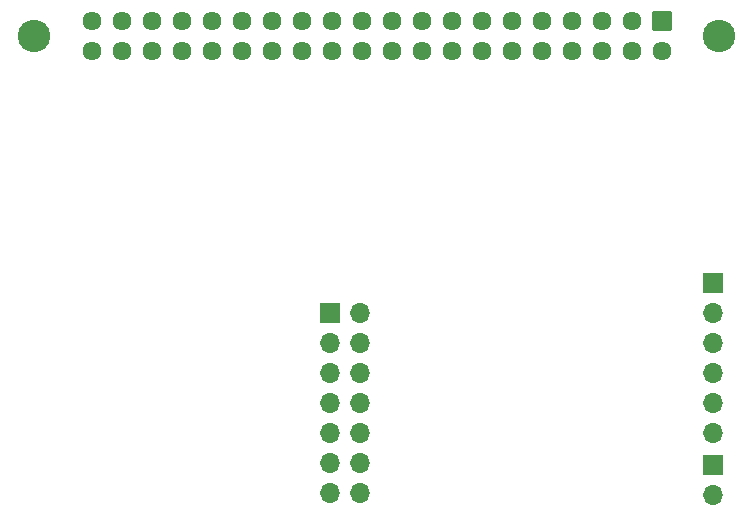
<source format=gbs>
%TF.GenerationSoftware,KiCad,Pcbnew,(6.0.2)*%
%TF.CreationDate,2022-07-06T19:52:03-07:00*%
%TF.ProjectId,RaspberryPIZero-small,52617370-6265-4727-9279-50495a65726f,rev?*%
%TF.SameCoordinates,Original*%
%TF.FileFunction,Soldermask,Bot*%
%TF.FilePolarity,Negative*%
%FSLAX46Y46*%
G04 Gerber Fmt 4.6, Leading zero omitted, Abs format (unit mm)*
G04 Created by KiCad (PCBNEW (6.0.2)) date 2022-07-06 19:52:03*
%MOMM*%
%LPD*%
G01*
G04 APERTURE LIST*
G04 Aperture macros list*
%AMRoundRect*
0 Rectangle with rounded corners*
0 $1 Rounding radius*
0 $2 $3 $4 $5 $6 $7 $8 $9 X,Y pos of 4 corners*
0 Add a 4 corners polygon primitive as box body*
4,1,4,$2,$3,$4,$5,$6,$7,$8,$9,$2,$3,0*
0 Add four circle primitives for the rounded corners*
1,1,$1+$1,$2,$3*
1,1,$1+$1,$4,$5*
1,1,$1+$1,$6,$7*
1,1,$1+$1,$8,$9*
0 Add four rect primitives between the rounded corners*
20,1,$1+$1,$2,$3,$4,$5,0*
20,1,$1+$1,$4,$5,$6,$7,0*
20,1,$1+$1,$6,$7,$8,$9,0*
20,1,$1+$1,$8,$9,$2,$3,0*%
G04 Aperture macros list end*
%ADD10R,1.700000X1.700000*%
%ADD11O,1.700000X1.700000*%
%ADD12C,2.750000*%
%ADD13RoundRect,0.050800X0.754000X0.754000X-0.754000X0.754000X-0.754000X-0.754000X0.754000X-0.754000X0*%
%ADD14C,1.609600*%
G04 APERTURE END LIST*
D10*
%TO.C,J3*%
X77075198Y-75145000D03*
D11*
X79615198Y-75145000D03*
X77075198Y-77685000D03*
X79615198Y-77685000D03*
X77075198Y-80225000D03*
X79615198Y-80225000D03*
X77075198Y-82765000D03*
X79615198Y-82765000D03*
X77075198Y-85305000D03*
X79615198Y-85305000D03*
X77075198Y-87845000D03*
X79615198Y-87845000D03*
X77075198Y-90385000D03*
X79615198Y-90385000D03*
%TD*%
D10*
%TO.C,J2*%
X109460198Y-72605000D03*
D11*
X109460198Y-75145000D03*
X109460198Y-77685000D03*
X109460198Y-80225000D03*
X109460198Y-82765000D03*
X109460198Y-85305000D03*
%TD*%
D10*
%TO.C,J1*%
X109460198Y-88002481D03*
D11*
X109460198Y-90542481D03*
%TD*%
D12*
%TO.C,RPI_ZERO1*%
X52000000Y-51750000D03*
X110000000Y-51750000D03*
D13*
X105130000Y-50480000D03*
D14*
X105130000Y-53020000D03*
X102590000Y-50480000D03*
X102590000Y-53020000D03*
X100050000Y-50480000D03*
X100050000Y-53020000D03*
X97510000Y-50480000D03*
X97510000Y-53020000D03*
X94970000Y-50480000D03*
X94970000Y-53020000D03*
X92430000Y-50480000D03*
X92430000Y-53020000D03*
X89890000Y-50480000D03*
X89890000Y-53020000D03*
X87350000Y-50480000D03*
X87350000Y-53020000D03*
X84810000Y-50480000D03*
X84810000Y-53020000D03*
X82270000Y-50480000D03*
X82270000Y-53020000D03*
X79730000Y-50480000D03*
X79730000Y-53020000D03*
X77190000Y-50480000D03*
X77190000Y-53020000D03*
X74650000Y-50480000D03*
X74650000Y-53020000D03*
X72110000Y-50480000D03*
X72110000Y-53020000D03*
X69570000Y-50480000D03*
X69570000Y-53020000D03*
X67030000Y-50480000D03*
X67030000Y-53020000D03*
X64490000Y-50480000D03*
X64490000Y-53020000D03*
X61950000Y-50480000D03*
X61950000Y-53020000D03*
X59410000Y-50480000D03*
X59410000Y-53020000D03*
X56870000Y-50480000D03*
X56870000Y-53020000D03*
%TD*%
M02*

</source>
